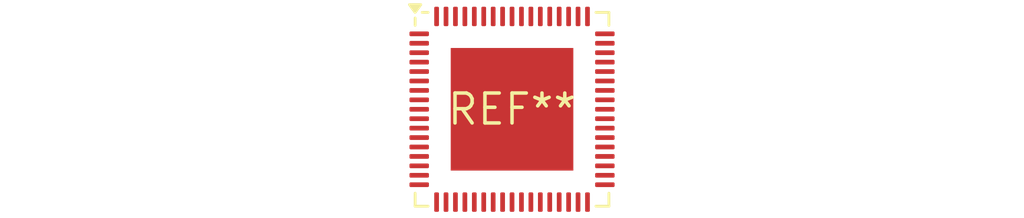
<source format=kicad_pcb>
(kicad_pcb (version 20240108) (generator pcbnew)
  (layers (0 "F.Cu" signal) (31 "B.Cu" signal) (34 "B.Paste" user) (35 "F.Paste" user) (36 "B.SilkS" user "B.Silkscreen") (37 "F.SilkS" user "F.Silkscreen") (38 "B.Mask" user) (39 "F.Mask" user) (44 "Edge.Cuts" user))
  (net 0 "")
  (footprint "QFN-68-1EP_8x8mm_P0.4mm_EP5.2x5.2mm" (layer "F.Cu") (at 0 0)
    (property "Reference" "REF**")
    (property "Value" "QFN-68-1EP_8x8mm_P0.4mm_EP5.2x5.2mm")
    (fp_line (start -4.11 -3.56) (end -4.11 -3.87) (layer "F.SilkS") (stroke (width 0.12)))
    (fp_line (start -4.11 4.11) (end -4.11 3.56) (layer "F.SilkS") (stroke (width 0.12)))
    (fp_line (start -3.56 -4.11) (end -3.81 -4.11) (layer "F.SilkS") (stroke (width 0.12)))
    (fp_line (start -3.56 4.11) (end -4.11 4.11) (layer "F.SilkS") (stroke (width 0.12)))
    (fp_line (start 3.56 -4.11) (end 4.11 -4.11) (layer "F.SilkS") (stroke (width 0.12)))
    (fp_line (start 3.56 4.11) (end 4.11 4.11) (layer "F.SilkS") (stroke (width 0.12)))
    (fp_line (start 4.11 -4.11) (end 4.11 -3.56) (layer "F.SilkS") (stroke (width 0.12)))
    (fp_line (start 4.11 4.11) (end 4.11 3.56) (layer "F.SilkS") (stroke (width 0.12)))
    (fp_poly (pts (xy -4.11 -4.11) (xy -4.35 -4.44) (xy -3.87 -4.44) (xy -4.11 -4.11)) (layer "F.SilkS") (stroke (width 0.12)) (fill solid))
    (pad "1" smd roundrect (at -3.9375 -3.2) (size 0.825 0.2) (layers "F.Cu" "F.Paste" "F.Mask"))
    (pad "2" smd roundrect (at -3.9375 -2.8) (size 0.825 0.2) (layers "F.Cu" "F.Paste" "F.Mask"))
    (pad "3" smd roundrect (at -3.9375 -2.4) (size 0.825 0.2) (layers "F.Cu" "F.Paste" "F.Mask"))
    (pad "4" smd roundrect (at -3.9375 -2) (size 0.825 0.2) (layers "F.Cu" "F.Paste" "F.Mask"))
    (pad "5" smd roundrect (at -3.9375 -1.6) (size 0.825 0.2) (layers "F.Cu" "F.Paste" "F.Mask"))
    (pad "6" smd roundrect (at -3.9375 -1.2) (size 0.825 0.2) (layers "F.Cu" "F.Paste" "F.Mask"))
    (pad "7" smd roundrect (at -3.9375 -0.8) (size 0.825 0.2) (layers "F.Cu" "F.Paste" "F.Mask"))
    (pad "8" smd roundrect (at -3.9375 -0.4) (size 0.825 0.2) (layers "F.Cu" "F.Paste" "F.Mask"))
    (pad "9" smd roundrect (at -3.9375 0) (size 0.825 0.2) (layers "F.Cu" "F.Paste" "F.Mask"))
    (pad "10" smd roundrect (at -3.9375 0.4) (size 0.825 0.2) (layers "F.Cu" "F.Paste" "F.Mask"))
    (pad "11" smd roundrect (at -3.9375 0.8) (size 0.825 0.2) (layers "F.Cu" "F.Paste" "F.Mask"))
    (pad "12" smd roundrect (at -3.9375 1.2) (size 0.825 0.2) (layers "F.Cu" "F.Paste" "F.Mask"))
    (pad "13" smd roundrect (at -3.9375 1.6) (size 0.825 0.2) (layers "F.Cu" "F.Paste" "F.Mask"))
    (pad "14" smd roundrect (at -3.9375 2) (size 0.825 0.2) (layers "F.Cu" "F.Paste" "F.Mask"))
    (pad "15" smd roundrect (at -3.9375 2.4) (size 0.825 0.2) (layers "F.Cu" "F.Paste" "F.Mask"))
    (pad "16" smd roundrect (at -3.9375 2.8) (size 0.825 0.2) (layers "F.Cu" "F.Paste" "F.Mask"))
    (pad "17" smd roundrect (at -3.9375 3.2) (size 0.825 0.2) (layers "F.Cu" "F.Paste" "F.Mask"))
    (pad "18" smd roundrect (at -3.2 3.9375) (size 0.2 0.825) (layers "F.Cu" "F.Paste" "F.Mask"))
    (pad "19" smd roundrect (at -2.8 3.9375) (size 0.2 0.825) (layers "F.Cu" "F.Paste" "F.Mask"))
    (pad "20" smd roundrect (at -2.4 3.9375) (size 0.2 0.825) (layers "F.Cu" "F.Paste" "F.Mask"))
    (pad "21" smd roundrect (at -2 3.9375) (size 0.2 0.825) (layers "F.Cu" "F.Paste" "F.Mask"))
    (pad "22" smd roundrect (at -1.6 3.9375) (size 0.2 0.825) (layers "F.Cu" "F.Paste" "F.Mask"))
    (pad "23" smd roundrect (at -1.2 3.9375) (size 0.2 0.825) (layers "F.Cu" "F.Paste" "F.Mask"))
    (pad "24" smd roundrect (at -0.8 3.9375) (size 0.2 0.825) (layers "F.Cu" "F.Paste" "F.Mask"))
    (pad "25" smd roundrect (at -0.4 3.9375) (size 0.2 0.825) (layers "F.Cu" "F.Paste" "F.Mask"))
    (pad "26" smd roundrect (at 0 3.9375) (size 0.2 0.825) (layers "F.Cu" "F.Paste" "F.Mask"))
    (pad "27" smd roundrect (at 0.4 3.9375) (size 0.2 0.825) (layers "F.Cu" "F.Paste" "F.Mask"))
    (pad "28" smd roundrect (at 0.8 3.9375) (size 0.2 0.825) (layers "F.Cu" "F.Paste" "F.Mask"))
    (pad "29" smd roundrect (at 1.2 3.9375) (size 0.2 0.825) (layers "F.Cu" "F.Paste" "F.Mask"))
    (pad "30" smd roundrect (at 1.6 3.9375) (size 0.2 0.825) (layers "F.Cu" "F.Paste" "F.Mask"))
    (pad "31" smd roundrect (at 2 3.9375) (size 0.2 0.825) (layers "F.Cu" "F.Paste" "F.Mask"))
    (pad "32" smd roundrect (at 2.4 3.9375) (size 0.2 0.825) (layers "F.Cu" "F.Paste" "F.Mask"))
    (pad "33" smd roundrect (at 2.8 3.9375) (size 0.2 0.825) (layers "F.Cu" "F.Paste" "F.Mask"))
    (pad "34" smd roundrect (at 3.2 3.9375) (size 0.2 0.825) (layers "F.Cu" "F.Paste" "F.Mask"))
    (pad "35" smd roundrect (at 3.9375 3.2) (size 0.825 0.2) (layers "F.Cu" "F.Paste" "F.Mask"))
    (pad "36" smd roundrect (at 3.9375 2.8) (size 0.825 0.2) (layers "F.Cu" "F.Paste" "F.Mask"))
    (pad "37" smd roundrect (at 3.9375 2.4) (size 0.825 0.2) (layers "F.Cu" "F.Paste" "F.Mask"))
    (pad "38" smd roundrect (at 3.9375 2) (size 0.825 0.2) (layers "F.Cu" "F.Paste" "F.Mask"))
    (pad "39" smd roundrect (at 3.9375 1.6) (size 0.825 0.2) (layers "F.Cu" "F.Paste" "F.Mask"))
    (pad "40" smd roundrect (at 3.9375 1.2) (size 0.825 0.2) (layers "F.Cu" "F.Paste" "F.Mask"))
    (pad "41" smd roundrect (at 3.9375 0.8) (size 0.825 0.2) (layers "F.Cu" "F.Paste" "F.Mask"))
    (pad "42" smd roundrect (at 3.9375 0.4) (size 0.825 0.2) (layers "F.Cu" "F.Paste" "F.Mask"))
    (pad "43" smd roundrect (at 3.9375 0) (size 0.825 0.2) (layers "F.Cu" "F.Paste" "F.Mask"))
    (pad "44" smd roundrect (at 3.9375 -0.4) (size 0.825 0.2) (layers "F.Cu" "F.Paste" "F.Mask"))
    (pad "45" smd roundrect (at 3.9375 -0.8) (size 0.825 0.2) (layers "F.Cu" "F.Paste" "F.Mask"))
    (pad "46" smd roundrect (at 3.9375 -1.2) (size 0.825 0.2) (layers "F.Cu" "F.Paste" "F.Mask"))
    (pad "47" smd roundrect (at 3.9375 -1.6) (size 0.825 0.2) (layers "F.Cu" "F.Paste" "F.Mask"))
    (pad "48" smd roundrect (at 3.9375 -2) (size 0.825 0.2) (layers "F.Cu" "F.Paste" "F.Mask"))
    (pad "49" smd roundrect (at 3.9375 -2.4) (size 0.825 0.2) (layers "F.Cu" "F.Paste" "F.Mask"))
    (pad "50" smd roundrect (at 3.9375 -2.8) (size 0.825 0.2) (layers "F.Cu" "F.Paste" "F.Mask"))
    (pad "51" smd roundrect (at 3.9375 -3.2) (size 0.825 0.2) (layers "F.Cu" "F.Paste" "F.Mask"))
    (pad "52" smd roundrect (at 3.2 -3.9375) (size 0.2 0.825) (layers "F.Cu" "F.Paste" "F.Mask"))
    (pad "53" smd roundrect (at 2.8 -3.9375) (size 0.2 0.825) (layers "F.Cu" "F.Paste" "F.Mask"))
    (pad "54" smd roundrect (at 2.4 -3.9375) (size 0.2 0.825) (layers "F.Cu" "F.Paste" "F.Mask"))
    (pad "55" smd roundrect (at 2 -3.9375) (size 0.2 0.825) (layers "F.Cu" "F.Paste" "F.Mask"))
    (pad "56" smd roundrect (at 1.6 -3.9375) (size 0.2 0.825) (layers "F.Cu" "F.Paste" "F.Mask"))
    (pad "57" smd roundrect (at 1.2 -3.9375) (size 0.2 0.825) (layers "F.Cu" "F.Paste" "F.Mask"))
    (pad "58" smd roundrect (at 0.8 -3.9375) (size 0.2 0.825) (layers "F.Cu" "F.Paste" "F.Mask"))
    (pad "59" smd roundrect (at 0.4 -3.9375) (size 0.2 0.825) (layers "F.Cu" "F.Paste" "F.Mask"))
    (pad "60" smd roundrect (at 0 -3.9375) (size 0.2 0.825) (layers "F.Cu" "F.Paste" "F.Mask"))
    (pad "61" smd roundrect (at -0.4 -3.9375) (size 0.2 0.825) (layers "F.Cu" "F.Paste" "F.Mask"))
    (pad "62" smd roundrect (at -0.8 -3.9375) (size 0.2 0.825) (layers "F.Cu" "F.Paste" "F.Mask"))
    (pad "63" smd roundrect (at -1.2 -3.9375) (size 0.2 0.825) (layers "F.Cu" "F.Paste" "F.Mask"))
    (pad "64" smd roundrect (at -1.6 -3.9375) (size 0.2 0.825) (layers "F.Cu" "F.Paste" "F.Mask"))
    (pad "65" smd roundrect (at -2 -3.9375) (size 0.2 0.825) (layers "F.Cu" "F.Paste" "F.Mask"))
    (pad "66" smd roundrect (at -2.4 -3.9375) (size 0.2 0.825) (layers "F.Cu" "F.Paste" "F.Mask"))
    (pad "67" smd roundrect (at -2.8 -3.9375) (size 0.2 0.825) (layers "F.Cu" "F.Paste" "F.Mask"))
    (pad "68" smd roundrect (at -3.2 -3.9375) (size 0.2 0.825) (layers "F.Cu" "F.Paste" "F.Mask"))
    (pad "69" smd rect (at 0 0) (size 5.2 5.2) (property pad_prop_heatsink) (layers "F.Cu" "F.Mask"))
  )
)
</source>
